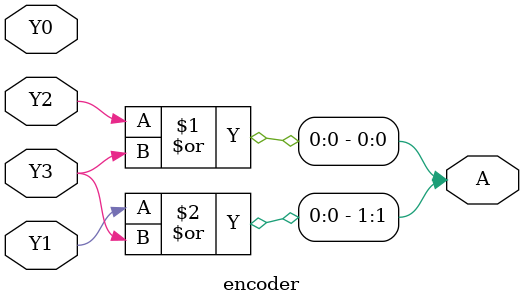
<source format=v>
module encoder(input Y0,Y1,Y2,Y3,
                output [1:0]A);

    assign A[0] = Y2 | Y3;
    assign A[1] = Y1 | Y3;

endmodule

// Can work on both SystemVerilog and Verilog HDL

</source>
